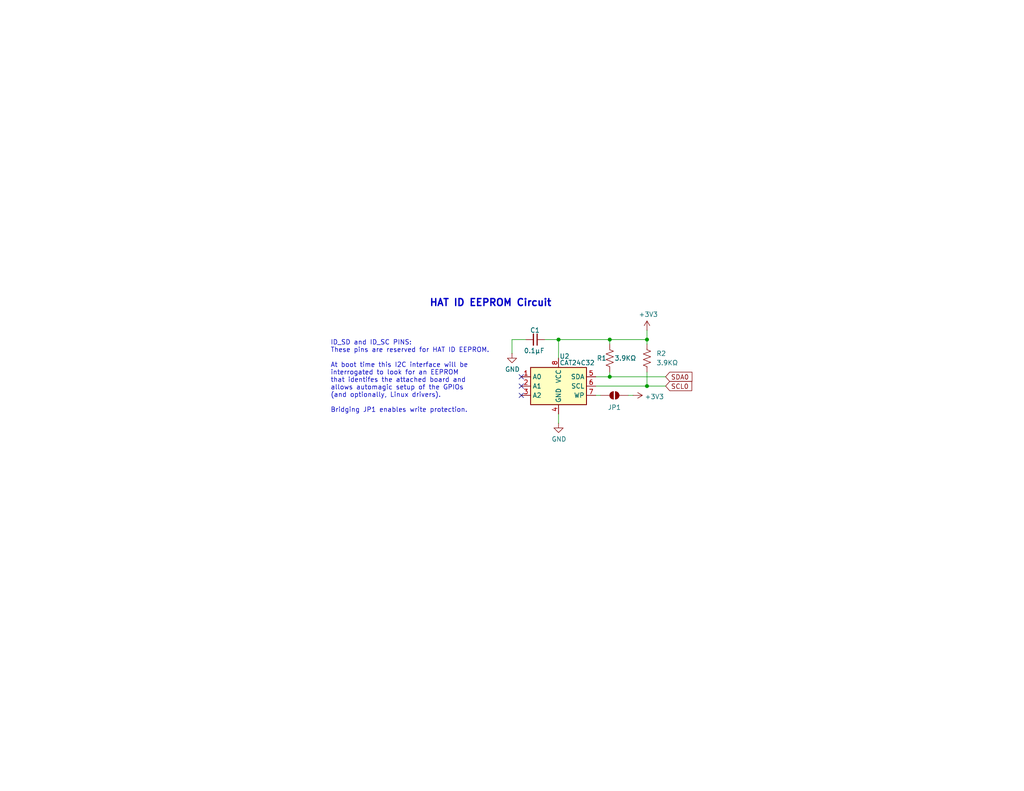
<source format=kicad_sch>
(kicad_sch (version 20250114) (generator "eeschema") (generator_version "9.0")
  (paper "A")
  (title_block (title "Raspberry Pi HAT+ EEPROM") (date "2026-02-04") (rev "0") (company "Lee C. Bussy [AA0NT]"))
  (lib_symbols
    (symbol "Device:C_Small" (pin_numbers (hide yes)) (pin_names (offset 0.254) (hide yes))
      (property "Reference" "C" (at 0.254 1.778 0))
      (property "Value" "C_Small" (at 0.254 -2.032 0))
      (symbol "C_Small_0_1"
        (polyline (pts (xy -1.524 0.508) (xy 1.524 0.508)) (stroke (width 0.3048)))
        (polyline (pts (xy -1.524 -0.508) (xy 1.524 -0.508)) (stroke (width 0.3302)))
      )
      (symbol "C_Small_1_1"
        (pin passive line (at 0 2.54 270) (length 2.032) (name "~") (number "1"))
        (pin passive line (at 0 -2.54 90) (length 2.032) (name "~") (number "2"))
      )
    )
    (symbol "Device:R_US" (pin_numbers (hide yes)) (pin_names (offset 0))
      (property "Reference" "R" (at 2.54 0 90))
      (property "Value" "R_US" (at -2.54 0 90))
      (symbol "R_US_0_1"
        (polyline (pts (xy 0 2.286) (xy 0 2.54)))
        (polyline (pts (xy 0 2.286) (xy 1.016 1.905) (xy 0 1.524) (xy -1.016 1.143) (xy 0 0.762)))
        (polyline (pts (xy 0 0.762) (xy 1.016 0.381) (xy 0 0) (xy -1.016 -0.381) (xy 0 -0.762)))
        (polyline (pts (xy 0 -0.762) (xy 1.016 -1.143) (xy 0 -1.524) (xy -1.016 -1.905) (xy 0 -2.286)))
        (polyline (pts (xy 0 -2.286) (xy 0 -2.54)))
      )
      (symbol "R_US_1_1"
        (pin passive line (at 0 3.81 270) (length 1.27) (name "~") (number "1"))
        (pin passive line (at 0 -3.81 90) (length 1.27) (name "~") (number "2"))
      )
    )
    (symbol "Jumper:SolderJumper_2_Open" (pin_numbers (hide yes)) (pin_names (offset 0) (hide yes)) (exclude_from_sim yes) (in_bom no)
      (property "Reference" "JP" (at 0 2.032 0))
      (property "Value" "SolderJumper_2_Open" (at 0 -2.54 0))
      (symbol "SolderJumper_2_Open_0_1"
        (polyline (pts (xy -0.254 1.016) (xy -0.254 -1.016)))
        (arc (start -0.254 -1.016) (mid -1.2656 0) (end -0.254 1.016))
        (arc (start -0.254 -1.016) (mid -1.2656 0) (end -0.254 1.016) (fill (type outline)))
        (arc (start 0.254 1.016) (mid 1.2656 0) (end 0.254 -1.016))
        (arc (start 0.254 1.016) (mid 1.2656 0) (end 0.254 -1.016) (fill (type outline)))
        (polyline (pts (xy 0.254 1.016) (xy 0.254 -1.016)))
      )
      (symbol "SolderJumper_2_Open_1_1"
        (pin passive line (at -3.81 0 0) (length 2.54) (name "A") (number "1"))
        (pin passive line (at 3.81 0 180) (length 2.54) (name "B") (number "2"))
      )
    )
    (symbol "Memory_EEPROM:CAT24C128"
      (property "Reference" "U" (at -6.35 6.35 0))
      (property "Value" "CAT24C128" (at 1.27 6.35 0))
      (symbol "CAT24C128_1_1"
        (rectangle (start -7.62 5.08) (end 7.62 -5.08) (stroke (width 0.254)) (fill (type background)))
        (pin input line (at -10.16 2.54 0) (length 2.54) (name "A0") (number "1"))
        (pin input line (at -10.16 0 0) (length 2.54) (name "A1") (number "2"))
        (pin input line (at -10.16 -2.54 0) (length 2.54) (name "A2") (number "3"))
        (pin power_in line (at 0 7.62 270) (length 2.54) (name "VCC") (number "8"))
        (pin power_in line (at 0 -7.62 90) (length 2.54) (name "GND") (number "4"))
        (pin bidirectional line (at 10.16 2.54 180) (length 2.54) (name "SDA") (number "5"))
        (pin input line (at 10.16 0 180) (length 2.54) (name "SCL") (number "6"))
        (pin input line (at 10.16 -2.54 180) (length 2.54) (name "WP") (number "7"))
      )
    )
    (symbol "power:+3.3V" (power) (pin_numbers (hide yes)) (pin_names (offset 0) (hide yes))
      (property "Value" "+3.3V" (at 0 3.556 0))
      (symbol "+3.3V_0_1"
        (polyline (pts (xy -0.762 1.27) (xy 0 2.54)))
        (polyline (pts (xy 0 2.54) (xy 0.762 1.27)))
        (polyline (pts (xy 0 0) (xy 0 2.54)))
      )
      (symbol "+3.3V_1_1"
        (pin power_in line (at 0 0 90) (length 0) (name "~") (number "1"))
      )
    )
    (symbol "power:GND" (power) (pin_numbers (hide yes)) (pin_names (offset 0) (hide yes))
      (property "Value" "GND" (at 0 -3.81 0))
      (symbol "GND_0_1"
        (polyline (pts (xy 0 0) (xy 0 -1.27) (xy 1.27 -1.27) (xy 0 -2.54) (xy -1.27 -1.27) (xy 0 -1.27)))
      )
      (symbol "GND_1_1"
        (pin power_in line (at 0 0 270) (length 0) (name "~") (number "1"))
      )
    )
  )
  (text "HAT ID EEPROM Circuit" (at 133.858 82.804 0) (effects (font (size 1.905 1.905) (thickness 0.381) (bold yes))))
  (text "ID_SD and ID_SC PINS:\nThese pins are reserved for HAT ID EEPROM.\n\nAt boot time this I2C interface will be\ninterrogated to look for an EEPROM\nthat identifes the attached board and\nallows automagic setup of the GPIOs\n(and optionally, Linux drivers).\n\nBridging JP1 enables write protection." (at 90.17 112.776 0) (effects (font (size 1.27 1.27)) (justify left bottom)))
  (junction (at 166.37 92.71))
  (junction (at 176.53 92.71))
  (junction (at 176.53 105.41))
  (junction (at 166.37 102.87))
  (junction (at 152.4 92.71))
  (no_connect (at 142.24 105.41))
  (no_connect (at 142.24 107.95))
  (no_connect (at 142.24 102.87))
  (wire (pts (xy 152.4 113.03) (xy 152.4 115.57)))
  (wire (pts (xy 152.4 92.71) (xy 166.37 92.71)))
  (wire (pts (xy 166.37 101.6) (xy 166.37 102.87)))
  (wire (pts (xy 143.51 92.71) (xy 139.7 92.71)))
  (wire (pts (xy 166.37 92.71) (xy 176.53 92.71)))
  (wire (pts (xy 166.37 92.71) (xy 166.37 93.98)))
  (wire (pts (xy 152.4 92.71) (xy 152.4 97.79)))
  (wire (pts (xy 148.59 92.71) (xy 152.4 92.71)))
  (wire (pts (xy 162.56 105.41) (xy 176.53 105.41)))
  (wire (pts (xy 171.45 107.95) (xy 172.72 107.95)))
  (wire (pts (xy 176.53 92.71) (xy 176.53 93.98)))
  (wire (pts (xy 176.53 101.6) (xy 176.53 105.41)))
  (wire (pts (xy 166.37 102.87) (xy 181.61 102.87)))
  (wire (pts (xy 139.7 92.71) (xy 139.7 96.52)))
  (wire (pts (xy 176.53 90.17) (xy 176.53 92.71)))
  (wire (pts (xy 162.56 102.87) (xy 166.37 102.87)))
  (wire (pts (xy 176.53 105.41) (xy 181.61 105.41)))
  (wire (pts (xy 162.56 107.95) (xy 163.83 107.95)))
  (global_label "SDA0" (shape input) (at 181.61 102.87 0) (property "Intersheetrefs" "${INTERSHEET_REFS}" (effects (hide yes))))
  (global_label "SCL0" (shape input) (at 181.61 105.41 0) (property "Intersheetrefs" "${INTERSHEET_REFS}" (effects (hide yes))))
  (symbol (lib_id "Device:R_US") (at 166.37 97.79 0) (unit 1)
    (property "Reference" "R1" (at 162.814 97.79 0) (effects (justify left)))
    (property "Value" "3.9KΩ" (at 167.64 97.79 0) (effects (justify left)))
    (property "Footprint" "Resistor_SMD:R_0201_0603Metric" (effects (hide yes)))
    (property "Description" "Resistor, US symbol" (effects (hide yes)))
  )
  (symbol (lib_id "Device:C_Small") (at 146.05 92.71 270) (unit 1)
    (property "Reference" "C1" (at 147.32 90.17 90) (effects (justify right)))
    (property "Value" "0.1µF" (at 148.59 95.758 90) (effects (justify right)))
    (property "Footprint" "Capacitor_SMD:C_0201_0603Metric" (effects (hide yes)))
    (property "Description" "Unpolarized capacitor, small symbol" (effects (hide yes)))
  )
  (symbol (lib_id "Memory_EEPROM:CAT24C128") (at 152.4 105.41 0) (unit 1)
    (property "Reference" "U2" (at 152.654 97.282 0) (effects (justify left)))
    (property "Value" "CAT24C32" (at 152.654 99.06 0) (effects (justify left)))
    (property "Footprint" "Package_SO:TSSOP-8_4.4x3mm_P0.65mm" (effects (hide yes)))
    (property "Datasheet" "https://www.onsemi.com/pub/Collateral/CAT24C128-D.PDF" (effects (hide yes)))
    (property "Description" "128 kb CMOS Serial EEPROM, SOIC-8/TSSOP-8/DFN-8" (effects (hide yes)))
  )
  (symbol (lib_id "Device:R_US") (at 176.53 97.79 0) (unit 1)
    (property "Reference" "R2" (at 179.07 96.5199 0) (effects (justify left)))
    (property "Value" "3.9KΩ" (at 179.07 99.0599 0) (effects (justify left)))
    (property "Footprint" "Resistor_SMD:R_0201_0603Metric" (effects (hide yes)))
    (property "Description" "Resistor, US symbol" (effects (hide yes)))
  )
  (symbol (lib_id "Jumper:SolderJumper_2_Open") (at 167.64 107.95 0) (unit 1)
    (property "Reference" "JP1" (at 167.64 111.233 0))
    (property "Value" "ID_WP" (effects (hide yes)))
    (property "Footprint" "Jumper:SolderJumper-2_P1.3mm_Open_RoundedPad1.0x1.5mm" (effects (hide yes)))
    (property "Description" "Solder Jumper, 2-pole, open" (effects (hide yes)))
  )
  (symbol (lib_id "power:+3.3V") (at 176.53 90.17 0) (unit 1)
    (property "Reference" "#PWR0101" (effects (hide yes)))
    (property "Value" "+3V3" (at 176.8983 85.8456 0))
    (property "Description" "Power symbol creates a global label with name \"+3.3V\"" (effects (hide yes)))
  )
  (symbol (lib_id "power:GND") (at 152.4 115.57 0) (unit 1)
    (property "Reference" "#PWR0102" (effects (hide yes)))
    (property "Value" "GND" (at 152.5143 119.8944 0))
    (property "Description" "Power symbol creates a global label with name \"GND\" , ground" (effects (hide yes)))
  )
  (symbol (lib_id "power:GND") (at 139.7 96.52 0) (unit 1)
    (property "Reference" "#PWR03" (effects (hide yes)))
    (property "Value" "GND" (at 139.8143 100.8444 0))
    (property "Description" "Power symbol creates a global label with name \"GND\" , ground" (effects (hide yes)))
  )
  (symbol (lib_id "power:+3.3V") (at 172.72 107.95 270) (unit 1)
    (property "Reference" "#PWR0103" (effects (hide yes)))
    (property "Value" "+3V3" (at 175.8951 108.3183 90) (effects (justify left)))
    (property "Description" "Power symbol creates a global label with name \"+3.3V\"" (effects (hide yes)))
  )
)
</source>
